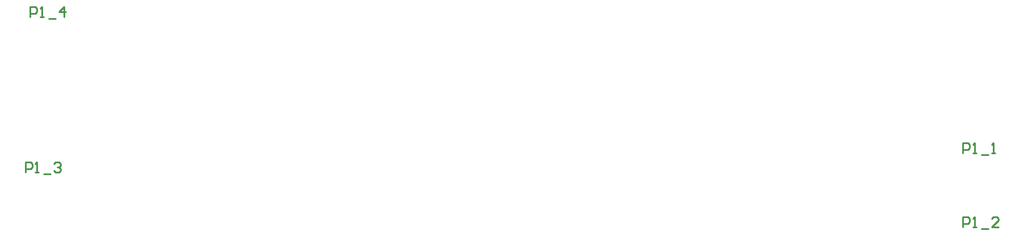
<source format=gbo>
G04 Layer_Color=32896*
%FSLAX25Y25*%
%MOIN*%
G70*
G01*
G75*
%ADD17C,0.01000*%
D17*
X831500Y923500D02*
Y929498D01*
X834499D01*
X835499Y928498D01*
Y926499D01*
X834499Y925499D01*
X831500D01*
X837498Y923500D02*
X839497D01*
X838498D01*
Y929498D01*
X837498Y928498D01*
X842496Y922500D02*
X846495D01*
X848495Y923500D02*
X850494D01*
X849494D01*
Y929498D01*
X848495Y928498D01*
X831500Y880000D02*
Y885998D01*
X834499D01*
X835499Y884998D01*
Y882999D01*
X834499Y881999D01*
X831500D01*
X837498Y880000D02*
X839497D01*
X838498D01*
Y885998D01*
X837498Y884998D01*
X842496Y879000D02*
X846495D01*
X852493Y880000D02*
X848495D01*
X852493Y883999D01*
Y884998D01*
X851493Y885998D01*
X849494D01*
X848495Y884998D01*
X280200Y912200D02*
Y918198D01*
X283199D01*
X284199Y917198D01*
Y915199D01*
X283199Y914199D01*
X280200D01*
X286198Y912200D02*
X288197D01*
X287198D01*
Y918198D01*
X286198Y917198D01*
X291196Y911200D02*
X295195D01*
X297195Y917198D02*
X298194Y918198D01*
X300194D01*
X301193Y917198D01*
Y916199D01*
X300194Y915199D01*
X299194D01*
X300194D01*
X301193Y914199D01*
Y913200D01*
X300194Y912200D01*
X298194D01*
X297195Y913200D01*
X282900Y1004000D02*
Y1009998D01*
X285899D01*
X286899Y1008998D01*
Y1006999D01*
X285899Y1005999D01*
X282900D01*
X288898Y1004000D02*
X290897D01*
X289898D01*
Y1009998D01*
X288898Y1008998D01*
X293896Y1003000D02*
X297895D01*
X302893Y1004000D02*
Y1009998D01*
X299894Y1006999D01*
X303893D01*
M02*

</source>
